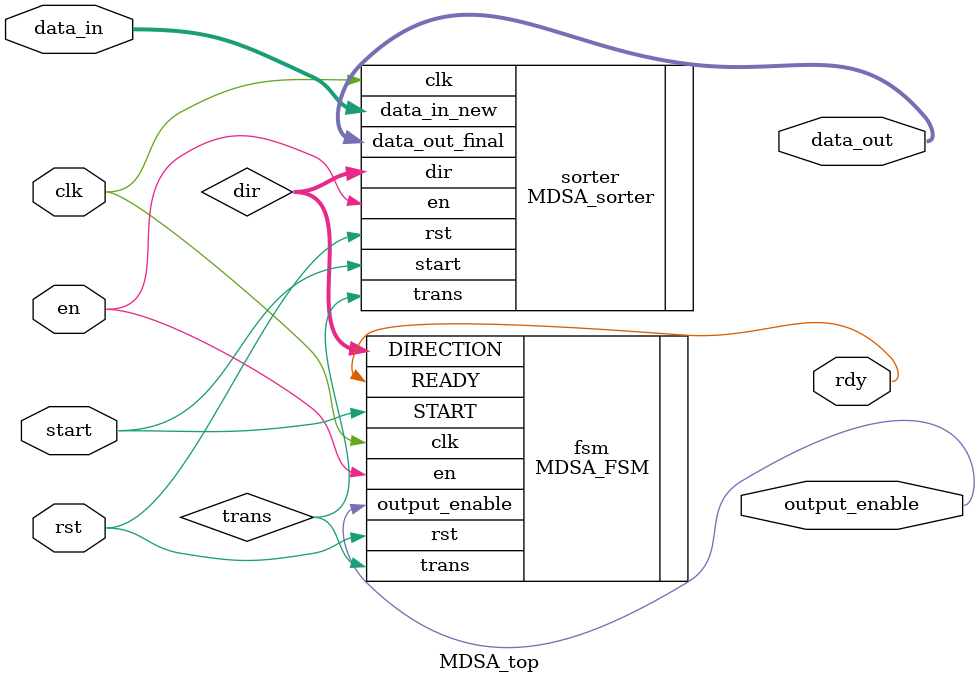
<source format=v>
/*
MIT License Copyright (c) 2023 Samahith S A and Sai Govardhan

Permission is hereby granted, free of charge, to any person obtaining a
copy of this software and associated documentation files (the
``Software''), to deal in the Software without restriction, including
without limitation the rights to use, copy, modify, merge, publish,
distribute, sublicense, and/or sell copies of the Software, and to
permit persons to whom the Software is furnished to do so, subject to
the following conditions:

The above copyright notice and this permission notice shall be included
in all copies or substantial portions of the Software.

THE SOFTWARE IS PROVIDED ``AS IS'', WITHOUT WARRANTY OF ANY KIND,
EXPRESS OR IMPLIED, INCLUDING BUT NOT LIMITED TO THE WARRANTIES OF
MERCHANTABILITY, FITNESS FOR A PARTICULAR PURPOSE AND NONINFRINGEMENT.
IN NO EVENT SHALL THE AUTHORS OR COPYRIGHT HOLDERS BE LIABLE FOR ANY
CLAIM, DAMAGES OR OTHER LIABILITY, WHETHER IN AN ACTION OF CONTRACT,
TORT OR OTHERWISE, ARISING FROM, OUT OF OR IN CONNECTION WITH THE
SOFTWARE OR THE USE OR OTHER DEALINGS IN THE SOFTWARE. 
*/
`timescale 10ns / 1ps
module MDSA_top(input wire clk,rst,en,start,
                input wire [2047:0]data_in,
                output wire rdy,output_enable,
                output wire [2047:0]data_out);
                
wire trans;
wire[7:0]dir;
localparam N=8,DW=32;
MDSA_FSM fsm(.clk(clk),.rst(rst),.en(en),.START(start),.DIRECTION(dir),.READY(rdy),.output_enable(output_enable),.trans(trans));
MDSA_sorter#(.N(8),.DW(32)) sorter(.data_in_new(data_in),.clk(clk),.rst(rst),.en(en),.start(start),.dir(dir),.data_out_final(data_out),.trans(trans));

endmodule

</source>
